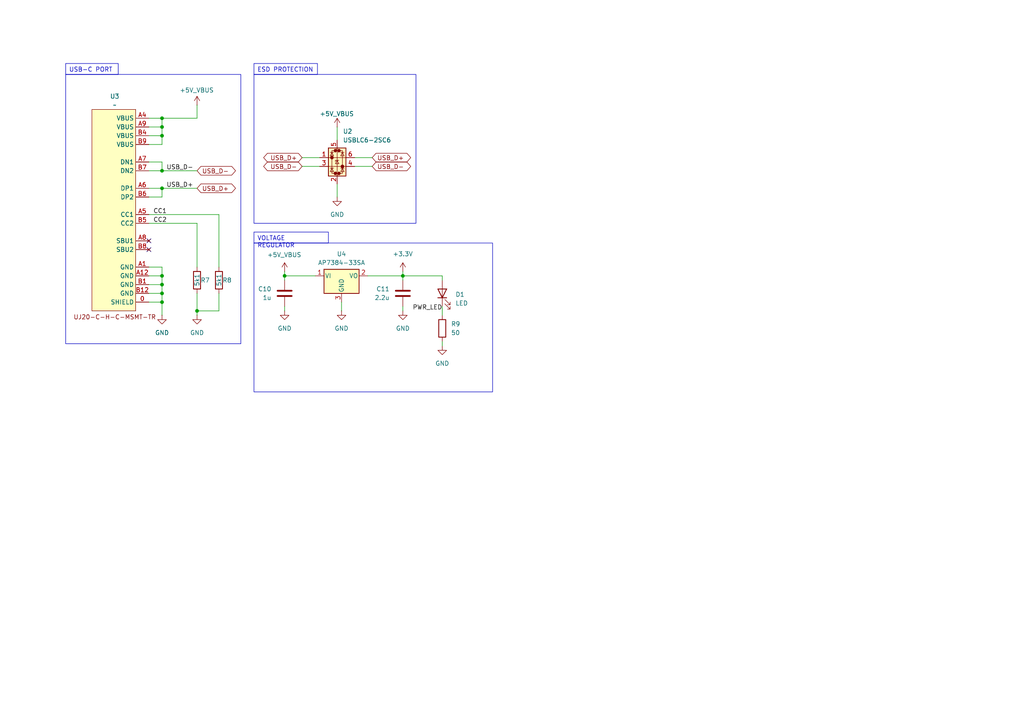
<source format=kicad_sch>
(kicad_sch
	(version 20231120)
	(generator "eeschema")
	(generator_version "8.0")
	(uuid "8e0d3737-fc89-4395-adc2-1aee555240d1")
	(paper "A4")
	(lib_symbols
		(symbol "Device:C"
			(pin_numbers hide)
			(pin_names
				(offset 0.254)
			)
			(exclude_from_sim no)
			(in_bom yes)
			(on_board yes)
			(property "Reference" "C"
				(at 0.635 2.54 0)
				(effects
					(font
						(size 1.27 1.27)
					)
					(justify left)
				)
			)
			(property "Value" "C"
				(at 0.635 -2.54 0)
				(effects
					(font
						(size 1.27 1.27)
					)
					(justify left)
				)
			)
			(property "Footprint" ""
				(at 0.9652 -3.81 0)
				(effects
					(font
						(size 1.27 1.27)
					)
					(hide yes)
				)
			)
			(property "Datasheet" "~"
				(at 0 0 0)
				(effects
					(font
						(size 1.27 1.27)
					)
					(hide yes)
				)
			)
			(property "Description" "Unpolarized capacitor"
				(at 0 0 0)
				(effects
					(font
						(size 1.27 1.27)
					)
					(hide yes)
				)
			)
			(property "ki_keywords" "cap capacitor"
				(at 0 0 0)
				(effects
					(font
						(size 1.27 1.27)
					)
					(hide yes)
				)
			)
			(property "ki_fp_filters" "C_*"
				(at 0 0 0)
				(effects
					(font
						(size 1.27 1.27)
					)
					(hide yes)
				)
			)
			(symbol "C_0_1"
				(polyline
					(pts
						(xy -2.032 -0.762) (xy 2.032 -0.762)
					)
					(stroke
						(width 0.508)
						(type default)
					)
					(fill
						(type none)
					)
				)
				(polyline
					(pts
						(xy -2.032 0.762) (xy 2.032 0.762)
					)
					(stroke
						(width 0.508)
						(type default)
					)
					(fill
						(type none)
					)
				)
			)
			(symbol "C_1_1"
				(pin passive line
					(at 0 3.81 270)
					(length 2.794)
					(name "~"
						(effects
							(font
								(size 1.27 1.27)
							)
						)
					)
					(number "1"
						(effects
							(font
								(size 1.27 1.27)
							)
						)
					)
				)
				(pin passive line
					(at 0 -3.81 90)
					(length 2.794)
					(name "~"
						(effects
							(font
								(size 1.27 1.27)
							)
						)
					)
					(number "2"
						(effects
							(font
								(size 1.27 1.27)
							)
						)
					)
				)
			)
		)
		(symbol "Device:LED"
			(pin_numbers hide)
			(pin_names
				(offset 1.016) hide)
			(exclude_from_sim no)
			(in_bom yes)
			(on_board yes)
			(property "Reference" "D"
				(at 0 2.54 0)
				(effects
					(font
						(size 1.27 1.27)
					)
				)
			)
			(property "Value" "LED"
				(at 0 -2.54 0)
				(effects
					(font
						(size 1.27 1.27)
					)
				)
			)
			(property "Footprint" ""
				(at 0 0 0)
				(effects
					(font
						(size 1.27 1.27)
					)
					(hide yes)
				)
			)
			(property "Datasheet" "~"
				(at 0 0 0)
				(effects
					(font
						(size 1.27 1.27)
					)
					(hide yes)
				)
			)
			(property "Description" "Light emitting diode"
				(at 0 0 0)
				(effects
					(font
						(size 1.27 1.27)
					)
					(hide yes)
				)
			)
			(property "ki_keywords" "LED diode"
				(at 0 0 0)
				(effects
					(font
						(size 1.27 1.27)
					)
					(hide yes)
				)
			)
			(property "ki_fp_filters" "LED* LED_SMD:* LED_THT:*"
				(at 0 0 0)
				(effects
					(font
						(size 1.27 1.27)
					)
					(hide yes)
				)
			)
			(symbol "LED_0_1"
				(polyline
					(pts
						(xy -1.27 -1.27) (xy -1.27 1.27)
					)
					(stroke
						(width 0.254)
						(type default)
					)
					(fill
						(type none)
					)
				)
				(polyline
					(pts
						(xy -1.27 0) (xy 1.27 0)
					)
					(stroke
						(width 0)
						(type default)
					)
					(fill
						(type none)
					)
				)
				(polyline
					(pts
						(xy 1.27 -1.27) (xy 1.27 1.27) (xy -1.27 0) (xy 1.27 -1.27)
					)
					(stroke
						(width 0.254)
						(type default)
					)
					(fill
						(type none)
					)
				)
				(polyline
					(pts
						(xy -3.048 -0.762) (xy -4.572 -2.286) (xy -3.81 -2.286) (xy -4.572 -2.286) (xy -4.572 -1.524)
					)
					(stroke
						(width 0)
						(type default)
					)
					(fill
						(type none)
					)
				)
				(polyline
					(pts
						(xy -1.778 -0.762) (xy -3.302 -2.286) (xy -2.54 -2.286) (xy -3.302 -2.286) (xy -3.302 -1.524)
					)
					(stroke
						(width 0)
						(type default)
					)
					(fill
						(type none)
					)
				)
			)
			(symbol "LED_1_1"
				(pin passive line
					(at -3.81 0 0)
					(length 2.54)
					(name "K"
						(effects
							(font
								(size 1.27 1.27)
							)
						)
					)
					(number "1"
						(effects
							(font
								(size 1.27 1.27)
							)
						)
					)
				)
				(pin passive line
					(at 3.81 0 180)
					(length 2.54)
					(name "A"
						(effects
							(font
								(size 1.27 1.27)
							)
						)
					)
					(number "2"
						(effects
							(font
								(size 1.27 1.27)
							)
						)
					)
				)
			)
		)
		(symbol "Device:R"
			(pin_numbers hide)
			(pin_names
				(offset 0)
			)
			(exclude_from_sim no)
			(in_bom yes)
			(on_board yes)
			(property "Reference" "R"
				(at 2.032 0 90)
				(effects
					(font
						(size 1.27 1.27)
					)
				)
			)
			(property "Value" "R"
				(at 0 0 90)
				(effects
					(font
						(size 1.27 1.27)
					)
				)
			)
			(property "Footprint" ""
				(at -1.778 0 90)
				(effects
					(font
						(size 1.27 1.27)
					)
					(hide yes)
				)
			)
			(property "Datasheet" "~"
				(at 0 0 0)
				(effects
					(font
						(size 1.27 1.27)
					)
					(hide yes)
				)
			)
			(property "Description" "Resistor"
				(at 0 0 0)
				(effects
					(font
						(size 1.27 1.27)
					)
					(hide yes)
				)
			)
			(property "ki_keywords" "R res resistor"
				(at 0 0 0)
				(effects
					(font
						(size 1.27 1.27)
					)
					(hide yes)
				)
			)
			(property "ki_fp_filters" "R_*"
				(at 0 0 0)
				(effects
					(font
						(size 1.27 1.27)
					)
					(hide yes)
				)
			)
			(symbol "R_0_1"
				(rectangle
					(start -1.016 -2.54)
					(end 1.016 2.54)
					(stroke
						(width 0.254)
						(type default)
					)
					(fill
						(type none)
					)
				)
			)
			(symbol "R_1_1"
				(pin passive line
					(at 0 3.81 270)
					(length 1.27)
					(name "~"
						(effects
							(font
								(size 1.27 1.27)
							)
						)
					)
					(number "1"
						(effects
							(font
								(size 1.27 1.27)
							)
						)
					)
				)
				(pin passive line
					(at 0 -3.81 90)
					(length 1.27)
					(name "~"
						(effects
							(font
								(size 1.27 1.27)
							)
						)
					)
					(number "2"
						(effects
							(font
								(size 1.27 1.27)
							)
						)
					)
				)
			)
		)
		(symbol "Power_Protection:USBLC6-2SC6"
			(pin_names hide)
			(exclude_from_sim no)
			(in_bom yes)
			(on_board yes)
			(property "Reference" "U"
				(at 0.635 5.715 0)
				(effects
					(font
						(size 1.27 1.27)
					)
					(justify left)
				)
			)
			(property "Value" "USBLC6-2SC6"
				(at 0.635 3.81 0)
				(effects
					(font
						(size 1.27 1.27)
					)
					(justify left)
				)
			)
			(property "Footprint" "Package_TO_SOT_SMD:SOT-23-6"
				(at 1.27 -6.35 0)
				(effects
					(font
						(size 1.27 1.27)
						(italic yes)
					)
					(justify left)
					(hide yes)
				)
			)
			(property "Datasheet" "https://www.st.com/resource/en/datasheet/usblc6-2.pdf"
				(at 1.27 -8.255 0)
				(effects
					(font
						(size 1.27 1.27)
					)
					(justify left)
					(hide yes)
				)
			)
			(property "Description" "Very low capacitance ESD protection diode, 2 data-line, SOT-23-6"
				(at 0 0 0)
				(effects
					(font
						(size 1.27 1.27)
					)
					(hide yes)
				)
			)
			(property "ki_keywords" "usb ethernet video"
				(at 0 0 0)
				(effects
					(font
						(size 1.27 1.27)
					)
					(hide yes)
				)
			)
			(property "ki_fp_filters" "SOT?23*"
				(at 0 0 0)
				(effects
					(font
						(size 1.27 1.27)
					)
					(hide yes)
				)
			)
			(symbol "USBLC6-2SC6_0_0"
				(circle
					(center -1.524 0)
					(radius 0.0001)
					(stroke
						(width 0.508)
						(type default)
					)
					(fill
						(type none)
					)
				)
				(circle
					(center -0.508 -4.572)
					(radius 0.0001)
					(stroke
						(width 0.508)
						(type default)
					)
					(fill
						(type none)
					)
				)
				(circle
					(center -0.508 2.032)
					(radius 0.0001)
					(stroke
						(width 0.508)
						(type default)
					)
					(fill
						(type none)
					)
				)
				(circle
					(center 0.508 -4.572)
					(radius 0.0001)
					(stroke
						(width 0.508)
						(type default)
					)
					(fill
						(type none)
					)
				)
				(circle
					(center 0.508 2.032)
					(radius 0.0001)
					(stroke
						(width 0.508)
						(type default)
					)
					(fill
						(type none)
					)
				)
				(circle
					(center 1.524 -2.54)
					(radius 0.0001)
					(stroke
						(width 0.508)
						(type default)
					)
					(fill
						(type none)
					)
				)
			)
			(symbol "USBLC6-2SC6_0_1"
				(polyline
					(pts
						(xy -2.54 -2.54) (xy 2.54 -2.54)
					)
					(stroke
						(width 0)
						(type default)
					)
					(fill
						(type none)
					)
				)
				(polyline
					(pts
						(xy -2.54 0) (xy 2.54 0)
					)
					(stroke
						(width 0)
						(type default)
					)
					(fill
						(type none)
					)
				)
				(polyline
					(pts
						(xy -2.032 -3.048) (xy -1.016 -3.048)
					)
					(stroke
						(width 0)
						(type default)
					)
					(fill
						(type none)
					)
				)
				(polyline
					(pts
						(xy -1.016 1.524) (xy -2.032 1.524)
					)
					(stroke
						(width 0)
						(type default)
					)
					(fill
						(type none)
					)
				)
				(polyline
					(pts
						(xy 1.016 -3.048) (xy 2.032 -3.048)
					)
					(stroke
						(width 0)
						(type default)
					)
					(fill
						(type none)
					)
				)
				(polyline
					(pts
						(xy 1.016 1.524) (xy 2.032 1.524)
					)
					(stroke
						(width 0)
						(type default)
					)
					(fill
						(type none)
					)
				)
				(polyline
					(pts
						(xy -0.508 -1.143) (xy -0.508 -0.762) (xy 0.508 -0.762)
					)
					(stroke
						(width 0)
						(type default)
					)
					(fill
						(type none)
					)
				)
				(polyline
					(pts
						(xy -2.032 0.508) (xy -1.016 0.508) (xy -1.524 1.524) (xy -2.032 0.508)
					)
					(stroke
						(width 0)
						(type default)
					)
					(fill
						(type none)
					)
				)
				(polyline
					(pts
						(xy -1.016 -4.064) (xy -2.032 -4.064) (xy -1.524 -3.048) (xy -1.016 -4.064)
					)
					(stroke
						(width 0)
						(type default)
					)
					(fill
						(type none)
					)
				)
				(polyline
					(pts
						(xy 0.508 -1.778) (xy -0.508 -1.778) (xy 0 -0.762) (xy 0.508 -1.778)
					)
					(stroke
						(width 0)
						(type default)
					)
					(fill
						(type none)
					)
				)
				(polyline
					(pts
						(xy 2.032 -4.064) (xy 1.016 -4.064) (xy 1.524 -3.048) (xy 2.032 -4.064)
					)
					(stroke
						(width 0)
						(type default)
					)
					(fill
						(type none)
					)
				)
				(polyline
					(pts
						(xy 2.032 0.508) (xy 1.016 0.508) (xy 1.524 1.524) (xy 2.032 0.508)
					)
					(stroke
						(width 0)
						(type default)
					)
					(fill
						(type none)
					)
				)
				(polyline
					(pts
						(xy 0 2.54) (xy -0.508 2.032) (xy 0.508 2.032) (xy 0 1.524) (xy 0 -4.064) (xy -0.508 -4.572) (xy 0.508 -4.572)
						(xy 0 -5.08)
					)
					(stroke
						(width 0)
						(type default)
					)
					(fill
						(type none)
					)
				)
			)
			(symbol "USBLC6-2SC6_1_1"
				(rectangle
					(start -2.54 2.794)
					(end 2.54 -5.334)
					(stroke
						(width 0.254)
						(type default)
					)
					(fill
						(type background)
					)
				)
				(polyline
					(pts
						(xy -0.508 2.032) (xy -1.524 2.032) (xy -1.524 -4.572) (xy -0.508 -4.572)
					)
					(stroke
						(width 0)
						(type default)
					)
					(fill
						(type none)
					)
				)
				(polyline
					(pts
						(xy 0.508 -4.572) (xy 1.524 -4.572) (xy 1.524 2.032) (xy 0.508 2.032)
					)
					(stroke
						(width 0)
						(type default)
					)
					(fill
						(type none)
					)
				)
				(pin passive line
					(at -5.08 0 0)
					(length 2.54)
					(name "I/O1"
						(effects
							(font
								(size 1.27 1.27)
							)
						)
					)
					(number "1"
						(effects
							(font
								(size 1.27 1.27)
							)
						)
					)
				)
				(pin passive line
					(at 0 -7.62 90)
					(length 2.54)
					(name "GND"
						(effects
							(font
								(size 1.27 1.27)
							)
						)
					)
					(number "2"
						(effects
							(font
								(size 1.27 1.27)
							)
						)
					)
				)
				(pin passive line
					(at -5.08 -2.54 0)
					(length 2.54)
					(name "I/O2"
						(effects
							(font
								(size 1.27 1.27)
							)
						)
					)
					(number "3"
						(effects
							(font
								(size 1.27 1.27)
							)
						)
					)
				)
				(pin passive line
					(at 5.08 -2.54 180)
					(length 2.54)
					(name "I/O2"
						(effects
							(font
								(size 1.27 1.27)
							)
						)
					)
					(number "4"
						(effects
							(font
								(size 1.27 1.27)
							)
						)
					)
				)
				(pin passive line
					(at 0 5.08 270)
					(length 2.54)
					(name "VBUS"
						(effects
							(font
								(size 1.27 1.27)
							)
						)
					)
					(number "5"
						(effects
							(font
								(size 1.27 1.27)
							)
						)
					)
				)
				(pin passive line
					(at 5.08 0 180)
					(length 2.54)
					(name "I/O1"
						(effects
							(font
								(size 1.27 1.27)
							)
						)
					)
					(number "6"
						(effects
							(font
								(size 1.27 1.27)
							)
						)
					)
				)
			)
		)
		(symbol "Regulator_Linear:AP7384-33SA"
			(pin_names
				(offset 0.254)
			)
			(exclude_from_sim no)
			(in_bom yes)
			(on_board yes)
			(property "Reference" "U"
				(at -3.81 3.175 0)
				(effects
					(font
						(size 1.27 1.27)
					)
				)
			)
			(property "Value" "AP7384-33SA"
				(at 0 3.175 0)
				(effects
					(font
						(size 1.27 1.27)
					)
					(justify left)
				)
			)
			(property "Footprint" "Package_TO_SOT_SMD:SOT-23"
				(at 0 5.715 0)
				(effects
					(font
						(size 1.27 1.27)
						(italic yes)
					)
					(hide yes)
				)
			)
			(property "Datasheet" "https://www.diodes.com/assets/Datasheets/AP7384.pdf"
				(at 0 -1.27 0)
				(effects
					(font
						(size 1.27 1.27)
					)
					(hide yes)
				)
			)
			(property "Description" "50mA Low Dropout Voltage Regulator, Fixed Output 3.3V, Wide Input Voltage Range 40V, SOT-23"
				(at 0 0 0)
				(effects
					(font
						(size 1.27 1.27)
					)
					(hide yes)
				)
			)
			(property "ki_keywords" "50mA LDO Regulator Fixed Positive"
				(at 0 0 0)
				(effects
					(font
						(size 1.27 1.27)
					)
					(hide yes)
				)
			)
			(property "ki_fp_filters" "SOT?23*"
				(at 0 0 0)
				(effects
					(font
						(size 1.27 1.27)
					)
					(hide yes)
				)
			)
			(symbol "AP7384-33SA_0_1"
				(rectangle
					(start -5.08 1.905)
					(end 5.08 -5.08)
					(stroke
						(width 0.254)
						(type default)
					)
					(fill
						(type background)
					)
				)
			)
			(symbol "AP7384-33SA_1_1"
				(pin power_in line
					(at -7.62 0 0)
					(length 2.54)
					(name "VI"
						(effects
							(font
								(size 1.27 1.27)
							)
						)
					)
					(number "1"
						(effects
							(font
								(size 1.27 1.27)
							)
						)
					)
				)
				(pin power_out line
					(at 7.62 0 180)
					(length 2.54)
					(name "VO"
						(effects
							(font
								(size 1.27 1.27)
							)
						)
					)
					(number "2"
						(effects
							(font
								(size 1.27 1.27)
							)
						)
					)
				)
				(pin power_in line
					(at 0 -7.62 90)
					(length 2.54)
					(name "GND"
						(effects
							(font
								(size 1.27 1.27)
							)
						)
					)
					(number "3"
						(effects
							(font
								(size 1.27 1.27)
							)
						)
					)
				)
			)
		)
		(symbol "custom:UJ20-C-H-C-MSMT-TR (USB C 16 Pin)"
			(exclude_from_sim no)
			(in_bom yes)
			(on_board yes)
			(property "Reference" "U"
				(at 0 -0.254 0)
				(effects
					(font
						(size 1.27 1.27)
					)
				)
			)
			(property "Value" ""
				(at 16.51 -12.7 0)
				(effects
					(font
						(size 1.27 1.27)
					)
				)
			)
			(property "Footprint" ""
				(at 16.51 -12.7 0)
				(effects
					(font
						(size 1.27 1.27)
					)
					(hide yes)
				)
			)
			(property "Datasheet" ""
				(at 16.51 -12.7 0)
				(effects
					(font
						(size 1.27 1.27)
					)
					(hide yes)
				)
			)
			(property "Description" ""
				(at 16.51 -12.7 0)
				(effects
					(font
						(size 1.27 1.27)
					)
					(hide yes)
				)
			)
			(symbol "UJ20-C-H-C-MSMT-TR (USB C 16 Pin)_1_1"
				(rectangle
					(start -6.35 29.21)
					(end 6.35 -29.21)
					(stroke
						(width 0)
						(type default)
					)
					(fill
						(type background)
					)
				)
				(text "UJ20-C-H-C-MSMT-TR"
					(at 0.254 -30.988 0)
					(effects
						(font
							(size 1.27 1.27)
						)
					)
				)
				(pin power_out line
					(at 10.16 -26.67 180)
					(length 3.81)
					(name "SHIELD"
						(effects
							(font
								(size 1.27 1.27)
							)
						)
					)
					(number "0"
						(effects
							(font
								(size 1.27 1.27)
							)
						)
					)
				)
				(pin power_out line
					(at 10.16 -16.51 180)
					(length 3.81)
					(name "GND"
						(effects
							(font
								(size 1.27 1.27)
							)
						)
					)
					(number "A1"
						(effects
							(font
								(size 1.27 1.27)
							)
						)
					)
				)
				(pin power_out line
					(at 10.16 -19.05 180)
					(length 3.81)
					(name "GND"
						(effects
							(font
								(size 1.27 1.27)
							)
						)
					)
					(number "A12"
						(effects
							(font
								(size 1.27 1.27)
							)
						)
					)
				)
				(pin power_out line
					(at 10.16 26.67 180)
					(length 3.81)
					(name "VBUS"
						(effects
							(font
								(size 1.27 1.27)
							)
						)
					)
					(number "A4"
						(effects
							(font
								(size 1.27 1.27)
							)
						)
					)
				)
				(pin bidirectional line
					(at 10.16 -1.27 180)
					(length 3.81)
					(name "CC1"
						(effects
							(font
								(size 1.27 1.27)
							)
						)
					)
					(number "A5"
						(effects
							(font
								(size 1.27 1.27)
							)
						)
					)
				)
				(pin output line
					(at 10.16 6.35 180)
					(length 3.81)
					(name "DP1"
						(effects
							(font
								(size 1.27 1.27)
							)
						)
					)
					(number "A6"
						(effects
							(font
								(size 1.27 1.27)
							)
						)
					)
				)
				(pin output line
					(at 10.16 13.97 180)
					(length 3.81)
					(name "DN1"
						(effects
							(font
								(size 1.27 1.27)
							)
						)
					)
					(number "A7"
						(effects
							(font
								(size 1.27 1.27)
							)
						)
					)
				)
				(pin no_connect line
					(at 10.16 -8.89 180)
					(length 3.81)
					(name "SBU1"
						(effects
							(font
								(size 1.27 1.27)
							)
						)
					)
					(number "A8"
						(effects
							(font
								(size 1.27 1.27)
							)
						)
					)
				)
				(pin power_out line
					(at 10.16 24.13 180)
					(length 3.81)
					(name "VBUS"
						(effects
							(font
								(size 1.27 1.27)
							)
						)
					)
					(number "A9"
						(effects
							(font
								(size 1.27 1.27)
							)
						)
					)
				)
				(pin power_out line
					(at 10.16 -21.59 180)
					(length 3.81)
					(name "GND"
						(effects
							(font
								(size 1.27 1.27)
							)
						)
					)
					(number "B1"
						(effects
							(font
								(size 1.27 1.27)
							)
						)
					)
				)
				(pin power_out line
					(at 10.16 -24.13 180)
					(length 3.81)
					(name "GND"
						(effects
							(font
								(size 1.27 1.27)
							)
						)
					)
					(number "B12"
						(effects
							(font
								(size 1.27 1.27)
							)
						)
					)
				)
				(pin power_out line
					(at 10.16 21.59 180)
					(length 3.81)
					(name "VBUS"
						(effects
							(font
								(size 1.27 1.27)
							)
						)
					)
					(number "B4"
						(effects
							(font
								(size 1.27 1.27)
							)
						)
					)
				)
				(pin bidirectional line
					(at 10.16 -3.81 180)
					(length 3.81)
					(name "CC2"
						(effects
							(font
								(size 1.27 1.27)
							)
						)
					)
					(number "B5"
						(effects
							(font
								(size 1.27 1.27)
							)
						)
					)
				)
				(pin output line
					(at 10.16 3.81 180)
					(length 3.81)
					(name "DP2"
						(effects
							(font
								(size 1.27 1.27)
							)
						)
					)
					(number "B6"
						(effects
							(font
								(size 1.27 1.27)
							)
						)
					)
				)
				(pin output line
					(at 10.16 11.43 180)
					(length 3.81)
					(name "DN2"
						(effects
							(font
								(size 1.27 1.27)
							)
						)
					)
					(number "B7"
						(effects
							(font
								(size 1.27 1.27)
							)
						)
					)
				)
				(pin no_connect line
					(at 10.16 -11.43 180)
					(length 3.81)
					(name "SBU2"
						(effects
							(font
								(size 1.27 1.27)
							)
						)
					)
					(number "B8"
						(effects
							(font
								(size 1.27 1.27)
							)
						)
					)
				)
				(pin power_out line
					(at 10.16 19.05 180)
					(length 3.81)
					(name "VBUS"
						(effects
							(font
								(size 1.27 1.27)
							)
						)
					)
					(number "B9"
						(effects
							(font
								(size 1.27 1.27)
							)
						)
					)
				)
			)
		)
		(symbol "power:+3.3V"
			(power)
			(pin_numbers hide)
			(pin_names
				(offset 0) hide)
			(exclude_from_sim no)
			(in_bom yes)
			(on_board yes)
			(property "Reference" "#PWR"
				(at 0 -3.81 0)
				(effects
					(font
						(size 1.27 1.27)
					)
					(hide yes)
				)
			)
			(property "Value" "+3.3V"
				(at 0 3.556 0)
				(effects
					(font
						(size 1.27 1.27)
					)
				)
			)
			(property "Footprint" ""
				(at 0 0 0)
				(effects
					(font
						(size 1.27 1.27)
					)
					(hide yes)
				)
			)
			(property "Datasheet" ""
				(at 0 0 0)
				(effects
					(font
						(size 1.27 1.27)
					)
					(hide yes)
				)
			)
			(property "Description" "Power symbol creates a global label with name \"+3.3V\""
				(at 0 0 0)
				(effects
					(font
						(size 1.27 1.27)
					)
					(hide yes)
				)
			)
			(property "ki_keywords" "global power"
				(at 0 0 0)
				(effects
					(font
						(size 1.27 1.27)
					)
					(hide yes)
				)
			)
			(symbol "+3.3V_0_1"
				(polyline
					(pts
						(xy -0.762 1.27) (xy 0 2.54)
					)
					(stroke
						(width 0)
						(type default)
					)
					(fill
						(type none)
					)
				)
				(polyline
					(pts
						(xy 0 0) (xy 0 2.54)
					)
					(stroke
						(width 0)
						(type default)
					)
					(fill
						(type none)
					)
				)
				(polyline
					(pts
						(xy 0 2.54) (xy 0.762 1.27)
					)
					(stroke
						(width 0)
						(type default)
					)
					(fill
						(type none)
					)
				)
			)
			(symbol "+3.3V_1_1"
				(pin power_in line
					(at 0 0 90)
					(length 0)
					(name "~"
						(effects
							(font
								(size 1.27 1.27)
							)
						)
					)
					(number "1"
						(effects
							(font
								(size 1.27 1.27)
							)
						)
					)
				)
			)
		)
		(symbol "power:GND"
			(power)
			(pin_numbers hide)
			(pin_names
				(offset 0) hide)
			(exclude_from_sim no)
			(in_bom yes)
			(on_board yes)
			(property "Reference" "#PWR"
				(at 0 -6.35 0)
				(effects
					(font
						(size 1.27 1.27)
					)
					(hide yes)
				)
			)
			(property "Value" "GND"
				(at 0 -3.81 0)
				(effects
					(font
						(size 1.27 1.27)
					)
				)
			)
			(property "Footprint" ""
				(at 0 0 0)
				(effects
					(font
						(size 1.27 1.27)
					)
					(hide yes)
				)
			)
			(property "Datasheet" ""
				(at 0 0 0)
				(effects
					(font
						(size 1.27 1.27)
					)
					(hide yes)
				)
			)
			(property "Description" "Power symbol creates a global label with name \"GND\" , ground"
				(at 0 0 0)
				(effects
					(font
						(size 1.27 1.27)
					)
					(hide yes)
				)
			)
			(property "ki_keywords" "global power"
				(at 0 0 0)
				(effects
					(font
						(size 1.27 1.27)
					)
					(hide yes)
				)
			)
			(symbol "GND_0_1"
				(polyline
					(pts
						(xy 0 0) (xy 0 -1.27) (xy 1.27 -1.27) (xy 0 -2.54) (xy -1.27 -1.27) (xy 0 -1.27)
					)
					(stroke
						(width 0)
						(type default)
					)
					(fill
						(type none)
					)
				)
			)
			(symbol "GND_1_1"
				(pin power_in line
					(at 0 0 270)
					(length 0)
					(name "~"
						(effects
							(font
								(size 1.27 1.27)
							)
						)
					)
					(number "1"
						(effects
							(font
								(size 1.27 1.27)
							)
						)
					)
				)
			)
		)
		(symbol "power:VBUS"
			(power)
			(pin_numbers hide)
			(pin_names
				(offset 0) hide)
			(exclude_from_sim no)
			(in_bom yes)
			(on_board yes)
			(property "Reference" "#PWR"
				(at 0 -3.81 0)
				(effects
					(font
						(size 1.27 1.27)
					)
					(hide yes)
				)
			)
			(property "Value" "VBUS"
				(at 0 3.556 0)
				(effects
					(font
						(size 1.27 1.27)
					)
				)
			)
			(property "Footprint" ""
				(at 0 0 0)
				(effects
					(font
						(size 1.27 1.27)
					)
					(hide yes)
				)
			)
			(property "Datasheet" ""
				(at 0 0 0)
				(effects
					(font
						(size 1.27 1.27)
					)
					(hide yes)
				)
			)
			(property "Description" "Power symbol creates a global label with name \"VBUS\""
				(at 0 0 0)
				(effects
					(font
						(size 1.27 1.27)
					)
					(hide yes)
				)
			)
			(property "ki_keywords" "global power"
				(at 0 0 0)
				(effects
					(font
						(size 1.27 1.27)
					)
					(hide yes)
				)
			)
			(symbol "VBUS_0_1"
				(polyline
					(pts
						(xy -0.762 1.27) (xy 0 2.54)
					)
					(stroke
						(width 0)
						(type default)
					)
					(fill
						(type none)
					)
				)
				(polyline
					(pts
						(xy 0 0) (xy 0 2.54)
					)
					(stroke
						(width 0)
						(type default)
					)
					(fill
						(type none)
					)
				)
				(polyline
					(pts
						(xy 0 2.54) (xy 0.762 1.27)
					)
					(stroke
						(width 0)
						(type default)
					)
					(fill
						(type none)
					)
				)
			)
			(symbol "VBUS_1_1"
				(pin power_in line
					(at 0 0 90)
					(length 0)
					(name "~"
						(effects
							(font
								(size 1.27 1.27)
							)
						)
					)
					(number "1"
						(effects
							(font
								(size 1.27 1.27)
							)
						)
					)
				)
			)
		)
	)
	(junction
		(at 82.55 80.01)
		(diameter 0)
		(color 0 0 0 0)
		(uuid "0ad44f19-89d6-44f4-a8fe-25e84912fb9d")
	)
	(junction
		(at 46.99 85.09)
		(diameter 0)
		(color 0 0 0 0)
		(uuid "238b9a1e-0d38-4c49-b650-d5239c0c9872")
	)
	(junction
		(at 116.84 80.01)
		(diameter 0)
		(color 0 0 0 0)
		(uuid "322acb56-235e-4928-ba9e-82d73fb5e534")
	)
	(junction
		(at 46.99 82.55)
		(diameter 0)
		(color 0 0 0 0)
		(uuid "434c41c5-1543-45d5-811c-65c1d2c40c95")
	)
	(junction
		(at 46.99 80.01)
		(diameter 0)
		(color 0 0 0 0)
		(uuid "5e40dd21-ea44-4520-9fb3-2913bd4644e9")
	)
	(junction
		(at 57.15 90.17)
		(diameter 0)
		(color 0 0 0 0)
		(uuid "85ec502d-8f89-4f10-b760-f262cedaa8b7")
	)
	(junction
		(at 46.99 36.83)
		(diameter 0)
		(color 0 0 0 0)
		(uuid "a24c9d91-ec1c-4f87-a7d8-87c53fdc1985")
	)
	(junction
		(at 46.99 39.37)
		(diameter 0)
		(color 0 0 0 0)
		(uuid "b1cf802c-b642-4a9e-804d-1680c6c0d009")
	)
	(junction
		(at 46.99 49.53)
		(diameter 0)
		(color 0 0 0 0)
		(uuid "d62d2806-932a-4222-aafc-caa92240d759")
	)
	(junction
		(at 46.99 87.63)
		(diameter 0)
		(color 0 0 0 0)
		(uuid "e94e8073-fae3-44a4-ac5b-3daac8b15d5a")
	)
	(junction
		(at 46.99 54.61)
		(diameter 0)
		(color 0 0 0 0)
		(uuid "ee7148a7-3ac9-4011-9096-f6220d798313")
	)
	(junction
		(at 46.99 34.29)
		(diameter 0)
		(color 0 0 0 0)
		(uuid "f8dd90e4-6a97-4d7a-9b41-0e40469c3938")
	)
	(no_connect
		(at 43.18 72.39)
		(uuid "9d3d0a9f-f610-4abd-97a4-401784592fb3")
	)
	(no_connect
		(at 43.18 69.85)
		(uuid "abfdd966-80b5-4a16-a9cb-cb91874c4d53")
	)
	(wire
		(pts
			(xy 46.99 34.29) (xy 57.15 34.29)
		)
		(stroke
			(width 0)
			(type default)
		)
		(uuid "01a21315-4f6e-4081-a128-c2c9a99483f7")
	)
	(wire
		(pts
			(xy 46.99 49.53) (xy 57.15 49.53)
		)
		(stroke
			(width 0)
			(type default)
		)
		(uuid "027b1b04-9550-4a0f-b97a-75861d2131d1")
	)
	(wire
		(pts
			(xy 46.99 87.63) (xy 46.99 91.44)
		)
		(stroke
			(width 0)
			(type default)
		)
		(uuid "039c40fc-fdde-473c-9a96-f0990763712f")
	)
	(wire
		(pts
			(xy 128.27 100.33) (xy 128.27 99.06)
		)
		(stroke
			(width 0)
			(type default)
		)
		(uuid "062aaa1e-df6d-401e-9b59-4f4a191ea982")
	)
	(wire
		(pts
			(xy 43.18 49.53) (xy 46.99 49.53)
		)
		(stroke
			(width 0)
			(type default)
		)
		(uuid "095334a0-6c1f-43a8-9ad0-783ec69e9680")
	)
	(wire
		(pts
			(xy 46.99 41.91) (xy 46.99 39.37)
		)
		(stroke
			(width 0)
			(type default)
		)
		(uuid "097d2456-094c-48e3-becb-583ddaab8e2d")
	)
	(wire
		(pts
			(xy 116.84 88.9) (xy 116.84 90.17)
		)
		(stroke
			(width 0)
			(type default)
		)
		(uuid "0a20c133-1688-4688-ac92-23491586cfea")
	)
	(wire
		(pts
			(xy 46.99 54.61) (xy 57.15 54.61)
		)
		(stroke
			(width 0)
			(type default)
		)
		(uuid "12a5c8b4-fee0-4f18-9c73-61fd54a79c6b")
	)
	(wire
		(pts
			(xy 46.99 82.55) (xy 46.99 85.09)
		)
		(stroke
			(width 0)
			(type default)
		)
		(uuid "14e453c5-2e5b-4728-be06-d963e47c9ef0")
	)
	(wire
		(pts
			(xy 57.15 85.09) (xy 57.15 90.17)
		)
		(stroke
			(width 0)
			(type default)
		)
		(uuid "1ec40b6a-43f7-4b75-a8d4-742c75958fd6")
	)
	(wire
		(pts
			(xy 43.18 54.61) (xy 46.99 54.61)
		)
		(stroke
			(width 0)
			(type default)
		)
		(uuid "20202984-f353-4671-a4f2-2fa15f5fcaf5")
	)
	(wire
		(pts
			(xy 46.99 80.01) (xy 46.99 82.55)
		)
		(stroke
			(width 0)
			(type default)
		)
		(uuid "26780117-78af-45c9-8afc-1fb66f6ec2d1")
	)
	(wire
		(pts
			(xy 87.63 48.26) (xy 92.71 48.26)
		)
		(stroke
			(width 0)
			(type default)
		)
		(uuid "2d1c2e0b-6475-4c30-ac62-e2a4cb6597b1")
	)
	(wire
		(pts
			(xy 43.18 64.77) (xy 57.15 64.77)
		)
		(stroke
			(width 0)
			(type default)
		)
		(uuid "2e56ce4a-5776-4222-ad25-c47586c86904")
	)
	(wire
		(pts
			(xy 97.79 53.34) (xy 97.79 57.15)
		)
		(stroke
			(width 0)
			(type default)
		)
		(uuid "3240e42a-729a-41a4-8649-fc1734cdacde")
	)
	(wire
		(pts
			(xy 43.18 39.37) (xy 46.99 39.37)
		)
		(stroke
			(width 0)
			(type default)
		)
		(uuid "36fa27d1-d30c-4133-86f2-6b4a08403888")
	)
	(wire
		(pts
			(xy 46.99 39.37) (xy 46.99 36.83)
		)
		(stroke
			(width 0)
			(type default)
		)
		(uuid "374ff777-4d7a-4742-be05-6f2ac268e976")
	)
	(wire
		(pts
			(xy 87.63 45.72) (xy 92.71 45.72)
		)
		(stroke
			(width 0)
			(type default)
		)
		(uuid "4627ffaa-087a-47ed-ace3-b98a08fe06fc")
	)
	(wire
		(pts
			(xy 102.87 48.26) (xy 107.95 48.26)
		)
		(stroke
			(width 0)
			(type default)
		)
		(uuid "4bbab80a-3d7d-4146-ac5d-5a4cafdd4e80")
	)
	(wire
		(pts
			(xy 46.99 85.09) (xy 46.99 87.63)
		)
		(stroke
			(width 0)
			(type default)
		)
		(uuid "4d39ab41-e826-4b2a-b7da-034350f5c489")
	)
	(wire
		(pts
			(xy 46.99 54.61) (xy 46.99 57.15)
		)
		(stroke
			(width 0)
			(type default)
		)
		(uuid "4e0277f4-36bd-449c-b0d9-fbf65ce42be3")
	)
	(wire
		(pts
			(xy 99.06 87.63) (xy 99.06 90.17)
		)
		(stroke
			(width 0)
			(type default)
		)
		(uuid "4f84deb0-afe5-4e53-aa5e-cc71768bc6a9")
	)
	(wire
		(pts
			(xy 43.18 41.91) (xy 46.99 41.91)
		)
		(stroke
			(width 0)
			(type default)
		)
		(uuid "50280a59-092d-403b-abbf-8dc82fd7618b")
	)
	(wire
		(pts
			(xy 82.55 88.9) (xy 82.55 90.17)
		)
		(stroke
			(width 0)
			(type default)
		)
		(uuid "590a08ce-b009-4c64-830f-f131e26c56ab")
	)
	(wire
		(pts
			(xy 128.27 80.01) (xy 128.27 81.28)
		)
		(stroke
			(width 0)
			(type default)
		)
		(uuid "5a03203e-bedd-40d1-82ae-04ee16d14add")
	)
	(wire
		(pts
			(xy 46.99 77.47) (xy 46.99 80.01)
		)
		(stroke
			(width 0)
			(type default)
		)
		(uuid "5a305c4b-38d3-4b73-96ab-e72aeed25c8a")
	)
	(wire
		(pts
			(xy 43.18 36.83) (xy 46.99 36.83)
		)
		(stroke
			(width 0)
			(type default)
		)
		(uuid "62b2bec2-b6db-4cf0-bf40-f607f44c8871")
	)
	(wire
		(pts
			(xy 63.5 90.17) (xy 63.5 85.09)
		)
		(stroke
			(width 0)
			(type default)
		)
		(uuid "656c1418-e27c-4502-8d4c-9ac18d2725b1")
	)
	(wire
		(pts
			(xy 43.18 85.09) (xy 46.99 85.09)
		)
		(stroke
			(width 0)
			(type default)
		)
		(uuid "6a03e744-2048-4681-ad1c-ad2ad3d4cd0a")
	)
	(wire
		(pts
			(xy 43.18 62.23) (xy 63.5 62.23)
		)
		(stroke
			(width 0)
			(type default)
		)
		(uuid "6a7dcbb5-2886-4443-bf14-d71f5eb20899")
	)
	(wire
		(pts
			(xy 46.99 57.15) (xy 43.18 57.15)
		)
		(stroke
			(width 0)
			(type default)
		)
		(uuid "6c032e4a-e2ae-4717-a03f-d56f8e2195da")
	)
	(wire
		(pts
			(xy 128.27 88.9) (xy 128.27 91.44)
		)
		(stroke
			(width 0)
			(type default)
		)
		(uuid "76f5a4c5-6e01-44a1-9ed4-2679cd1e62e9")
	)
	(wire
		(pts
			(xy 57.15 90.17) (xy 63.5 90.17)
		)
		(stroke
			(width 0)
			(type default)
		)
		(uuid "7b855b20-692f-481d-abd9-a2f4dcd922fe")
	)
	(wire
		(pts
			(xy 46.99 49.53) (xy 46.99 46.99)
		)
		(stroke
			(width 0)
			(type default)
		)
		(uuid "8d4affd7-45aa-4793-b8fc-d91653758b25")
	)
	(wire
		(pts
			(xy 57.15 64.77) (xy 57.15 77.47)
		)
		(stroke
			(width 0)
			(type default)
		)
		(uuid "8f4f9db1-d132-4acc-9c32-8924592bbffa")
	)
	(wire
		(pts
			(xy 46.99 46.99) (xy 43.18 46.99)
		)
		(stroke
			(width 0)
			(type default)
		)
		(uuid "91b3a0f9-5788-4418-8197-76442ffa48cb")
	)
	(wire
		(pts
			(xy 57.15 34.29) (xy 57.15 30.48)
		)
		(stroke
			(width 0)
			(type default)
		)
		(uuid "9286ed3e-795c-432b-8c80-953ac0e9777f")
	)
	(wire
		(pts
			(xy 82.55 80.01) (xy 82.55 78.74)
		)
		(stroke
			(width 0)
			(type default)
		)
		(uuid "9ab5727d-be22-480f-9f46-672fb1f7252a")
	)
	(wire
		(pts
			(xy 43.18 82.55) (xy 46.99 82.55)
		)
		(stroke
			(width 0)
			(type default)
		)
		(uuid "9ea59326-c0b4-448f-aa7d-de13eab62979")
	)
	(wire
		(pts
			(xy 116.84 78.74) (xy 116.84 80.01)
		)
		(stroke
			(width 0)
			(type default)
		)
		(uuid "a28e7f93-09dc-452a-a639-6eaf64dc0350")
	)
	(wire
		(pts
			(xy 46.99 34.29) (xy 43.18 34.29)
		)
		(stroke
			(width 0)
			(type default)
		)
		(uuid "ac658bbe-2954-4aa0-9eb4-0e64c56a5eb3")
	)
	(wire
		(pts
			(xy 43.18 87.63) (xy 46.99 87.63)
		)
		(stroke
			(width 0)
			(type default)
		)
		(uuid "ad99363c-7d1f-46c0-8b4c-e76bc2d93d05")
	)
	(wire
		(pts
			(xy 43.18 77.47) (xy 46.99 77.47)
		)
		(stroke
			(width 0)
			(type default)
		)
		(uuid "b8b6117c-1ecc-4956-b61f-961bfec43fcf")
	)
	(wire
		(pts
			(xy 82.55 80.01) (xy 82.55 81.28)
		)
		(stroke
			(width 0)
			(type default)
		)
		(uuid "bfb165f5-c5fe-4e33-a5e2-0f37021033b0")
	)
	(wire
		(pts
			(xy 116.84 80.01) (xy 128.27 80.01)
		)
		(stroke
			(width 0)
			(type default)
		)
		(uuid "c07d585c-ea91-4f27-935e-e2fecba6c8af")
	)
	(wire
		(pts
			(xy 57.15 90.17) (xy 57.15 91.44)
		)
		(stroke
			(width 0)
			(type default)
		)
		(uuid "c5b93317-7e6c-424d-b1d7-520dac504c8a")
	)
	(wire
		(pts
			(xy 102.87 45.72) (xy 107.95 45.72)
		)
		(stroke
			(width 0)
			(type default)
		)
		(uuid "d1b98075-dd08-47d1-8432-86e550f77830")
	)
	(wire
		(pts
			(xy 46.99 36.83) (xy 46.99 34.29)
		)
		(stroke
			(width 0)
			(type default)
		)
		(uuid "d959f228-22e8-4236-94ed-f1001f1957fb")
	)
	(wire
		(pts
			(xy 97.79 36.83) (xy 97.79 40.64)
		)
		(stroke
			(width 0)
			(type default)
		)
		(uuid "e3d90f35-6e0e-4685-b287-776377064eba")
	)
	(wire
		(pts
			(xy 43.18 80.01) (xy 46.99 80.01)
		)
		(stroke
			(width 0)
			(type default)
		)
		(uuid "e5e325c8-3a9c-472f-802c-6448267fd29e")
	)
	(wire
		(pts
			(xy 91.44 80.01) (xy 82.55 80.01)
		)
		(stroke
			(width 0)
			(type default)
		)
		(uuid "e69b6081-3fc0-4273-a56f-125c0d2dd419")
	)
	(wire
		(pts
			(xy 63.5 62.23) (xy 63.5 77.47)
		)
		(stroke
			(width 0)
			(type default)
		)
		(uuid "edefd6e4-64f6-412c-84a2-9430e804409c")
	)
	(wire
		(pts
			(xy 116.84 80.01) (xy 116.84 81.28)
		)
		(stroke
			(width 0)
			(type default)
		)
		(uuid "f09c759e-a889-4f5d-9f56-639b8a1f751e")
	)
	(wire
		(pts
			(xy 106.68 80.01) (xy 116.84 80.01)
		)
		(stroke
			(width 0)
			(type default)
		)
		(uuid "f8806ac0-fb12-4419-8d91-cc5cb0914326")
	)
	(rectangle
		(start 73.66 70.485)
		(end 142.875 113.665)
		(stroke
			(width 0)
			(type default)
		)
		(fill
			(type none)
		)
		(uuid 105a7c67-3697-4d61-8e3f-32cb6c0c1d0f)
	)
	(rectangle
		(start 19.05 21.59)
		(end 69.85 99.695)
		(stroke
			(width 0)
			(type default)
		)
		(fill
			(type none)
		)
		(uuid 6389b0a9-c524-4eb9-8b53-28ac03c6f101)
	)
	(rectangle
		(start 73.66 21.59)
		(end 120.65 64.77)
		(stroke
			(width 0)
			(type default)
		)
		(fill
			(type none)
		)
		(uuid e191dded-a20a-459e-8ca4-69020dddc2d3)
	)
	(text_box "ESD PROTECTION"
		(exclude_from_sim no)
		(at 73.66 18.415 0)
		(size 18.415 3.175)
		(stroke
			(width 0)
			(type default)
		)
		(fill
			(type none)
		)
		(effects
			(font
				(size 1.27 1.27)
			)
			(justify left top)
		)
		(uuid "19cad3fd-634e-4503-b5c8-d4dfd8ce6758")
	)
	(text_box "VOLTAGE REGULATOR"
		(exclude_from_sim no)
		(at 73.66 67.31 0)
		(size 21.59 3.175)
		(stroke
			(width 0)
			(type default)
		)
		(fill
			(type none)
		)
		(effects
			(font
				(size 1.27 1.27)
			)
			(justify left top)
		)
		(uuid "2b76eabc-a6d3-4fae-bb9e-0ca66dd65769")
	)
	(text_box "USB-C PORT"
		(exclude_from_sim no)
		(at 19.05 18.415 0)
		(size 15.24 3.175)
		(stroke
			(width 0)
			(type default)
		)
		(fill
			(type none)
		)
		(effects
			(font
				(size 1.27 1.27)
			)
			(justify left top)
		)
		(uuid "7dc0dc3a-e25f-4fa8-8785-bdd725895646")
	)
	(label "USB_D-"
		(at 48.26 49.53 0)
		(fields_autoplaced yes)
		(effects
			(font
				(size 1.27 1.27)
			)
			(justify left bottom)
		)
		(uuid "12fb2ae1-32e6-4bab-8bb4-45f7a8b8a62e")
	)
	(label "CC1"
		(at 44.45 62.23 0)
		(fields_autoplaced yes)
		(effects
			(font
				(size 1.27 1.27)
			)
			(justify left bottom)
		)
		(uuid "61cb1ca1-ae1a-42ec-a569-4256b9d2a203")
	)
	(label "PWR_LED"
		(at 128.27 90.17 180)
		(fields_autoplaced yes)
		(effects
			(font
				(size 1.27 1.27)
			)
			(justify right bottom)
		)
		(uuid "a38e9079-3827-47af-8277-0c5a5d3bb398")
	)
	(label "CC2"
		(at 44.45 64.77 0)
		(fields_autoplaced yes)
		(effects
			(font
				(size 1.27 1.27)
			)
			(justify left bottom)
		)
		(uuid "d7d9f4a2-3658-4ffc-a9ab-c83cd32feedb")
	)
	(label "USB_D+"
		(at 48.26 54.61 0)
		(fields_autoplaced yes)
		(effects
			(font
				(size 1.27 1.27)
			)
			(justify left bottom)
		)
		(uuid "e62954a7-ebba-40af-86f7-445461a1f024")
	)
	(global_label "USB_D+"
		(shape bidirectional)
		(at 57.15 54.61 0)
		(fields_autoplaced yes)
		(effects
			(font
				(size 1.27 1.27)
			)
			(justify left)
		)
		(uuid "4884e411-dbae-4481-84ee-9af86c925272")
		(property "Intersheetrefs" "${INTERSHEET_REFS}"
			(at 68.8665 54.61 0)
			(effects
				(font
					(size 1.27 1.27)
				)
				(justify left)
				(hide yes)
			)
		)
	)
	(global_label "USB_D-"
		(shape bidirectional)
		(at 87.63 48.26 180)
		(fields_autoplaced yes)
		(effects
			(font
				(size 1.27 1.27)
			)
			(justify right)
		)
		(uuid "4a955ef7-0c8b-4508-ae45-6478797009d5")
		(property "Intersheetrefs" "${INTERSHEET_REFS}"
			(at 75.9135 48.26 0)
			(effects
				(font
					(size 1.27 1.27)
				)
				(justify right)
				(hide yes)
			)
		)
	)
	(global_label "USB_D+"
		(shape bidirectional)
		(at 87.63 45.72 180)
		(fields_autoplaced yes)
		(effects
			(font
				(size 1.27 1.27)
			)
			(justify right)
		)
		(uuid "58bb7305-a4a4-4e1a-bb33-e2c8b900ae05")
		(property "Intersheetrefs" "${INTERSHEET_REFS}"
			(at 75.9135 45.72 0)
			(effects
				(font
					(size 1.27 1.27)
				)
				(justify right)
				(hide yes)
			)
		)
	)
	(global_label "USB_D+"
		(shape bidirectional)
		(at 107.95 45.72 0)
		(fields_autoplaced yes)
		(effects
			(font
				(size 1.27 1.27)
			)
			(justify left)
		)
		(uuid "cf22ef66-fb5c-4252-8f57-04953f976cd3")
		(property "Intersheetrefs" "${INTERSHEET_REFS}"
			(at 119.6665 45.72 0)
			(effects
				(font
					(size 1.27 1.27)
				)
				(justify left)
				(hide yes)
			)
		)
	)
	(global_label "USB_D-"
		(shape bidirectional)
		(at 107.95 48.26 0)
		(fields_autoplaced yes)
		(effects
			(font
				(size 1.27 1.27)
			)
			(justify left)
		)
		(uuid "db5367b0-8406-4ba6-92cd-9ca87ac7f5c2")
		(property "Intersheetrefs" "${INTERSHEET_REFS}"
			(at 119.6665 48.26 0)
			(effects
				(font
					(size 1.27 1.27)
				)
				(justify left)
				(hide yes)
			)
		)
	)
	(global_label "USB_D-"
		(shape bidirectional)
		(at 57.15 49.53 0)
		(fields_autoplaced yes)
		(effects
			(font
				(size 1.27 1.27)
			)
			(justify left)
		)
		(uuid "f641526f-fee9-46a9-9599-ed4b6fd4f81c")
		(property "Intersheetrefs" "${INTERSHEET_REFS}"
			(at 68.8665 49.53 0)
			(effects
				(font
					(size 1.27 1.27)
				)
				(justify left)
				(hide yes)
			)
		)
	)
	(symbol
		(lib_id "power:GND")
		(at 82.55 90.17 0)
		(unit 1)
		(exclude_from_sim no)
		(in_bom yes)
		(on_board yes)
		(dnp no)
		(fields_autoplaced yes)
		(uuid "063f102c-aad1-4930-bce0-22406b72a833")
		(property "Reference" "#PWR026"
			(at 82.55 96.52 0)
			(effects
				(font
					(size 1.27 1.27)
				)
				(hide yes)
			)
		)
		(property "Value" "GND"
			(at 82.55 95.25 0)
			(effects
				(font
					(size 1.27 1.27)
				)
			)
		)
		(property "Footprint" ""
			(at 82.55 90.17 0)
			(effects
				(font
					(size 1.27 1.27)
				)
				(hide yes)
			)
		)
		(property "Datasheet" ""
			(at 82.55 90.17 0)
			(effects
				(font
					(size 1.27 1.27)
				)
				(hide yes)
			)
		)
		(property "Description" "Power symbol creates a global label with name \"GND\" , ground"
			(at 82.55 90.17 0)
			(effects
				(font
					(size 1.27 1.27)
				)
				(hide yes)
			)
		)
		(pin "1"
			(uuid "055aa7c9-bf4e-4bf3-84cd-ecbeea4ea0b2")
		)
		(instances
			(project "stm32f072c8_mcu"
				(path "/e68034de-3c5e-4df9-b3d4-7e0ea1d00387/d33bead4-075b-4ab7-8a51-fe807e9b64e0"
					(reference "#PWR026")
					(unit 1)
				)
			)
		)
	)
	(symbol
		(lib_id "Device:R")
		(at 63.5 81.28 0)
		(unit 1)
		(exclude_from_sim no)
		(in_bom yes)
		(on_board yes)
		(dnp no)
		(uuid "1bc6441a-f8a8-4f94-929f-9fd7a50db4a3")
		(property "Reference" "R8"
			(at 64.516 81.28 0)
			(effects
				(font
					(size 1.27 1.27)
				)
				(justify left)
			)
		)
		(property "Value" "5k1"
			(at 63.5 83.058 90)
			(effects
				(font
					(size 1.27 1.27)
				)
				(justify left)
			)
		)
		(property "Footprint" "Resistor_SMD:R_0603_1608Metric"
			(at 61.722 81.28 90)
			(effects
				(font
					(size 1.27 1.27)
				)
				(hide yes)
			)
		)
		(property "Datasheet" "~"
			(at 63.5 81.28 0)
			(effects
				(font
					(size 1.27 1.27)
				)
				(hide yes)
			)
		)
		(property "Description" "Resistor"
			(at 63.5 81.28 0)
			(effects
				(font
					(size 1.27 1.27)
				)
				(hide yes)
			)
		)
		(pin "2"
			(uuid "91edb8b0-3a38-4532-adde-046eff902a17")
		)
		(pin "1"
			(uuid "a352a5ca-76b5-4241-9c6e-194b82e30ac4")
		)
		(instances
			(project "stm32f072c8_mcu"
				(path "/e68034de-3c5e-4df9-b3d4-7e0ea1d00387/d33bead4-075b-4ab7-8a51-fe807e9b64e0"
					(reference "R8")
					(unit 1)
				)
			)
		)
	)
	(symbol
		(lib_id "power:GND")
		(at 97.79 57.15 0)
		(unit 1)
		(exclude_from_sim no)
		(in_bom yes)
		(on_board yes)
		(dnp no)
		(fields_autoplaced yes)
		(uuid "1d9ea8d7-fc5b-45c8-aa55-7e26554278a3")
		(property "Reference" "#PWR021"
			(at 97.79 63.5 0)
			(effects
				(font
					(size 1.27 1.27)
				)
				(hide yes)
			)
		)
		(property "Value" "GND"
			(at 97.79 62.23 0)
			(effects
				(font
					(size 1.27 1.27)
				)
			)
		)
		(property "Footprint" ""
			(at 97.79 57.15 0)
			(effects
				(font
					(size 1.27 1.27)
				)
				(hide yes)
			)
		)
		(property "Datasheet" ""
			(at 97.79 57.15 0)
			(effects
				(font
					(size 1.27 1.27)
				)
				(hide yes)
			)
		)
		(property "Description" "Power symbol creates a global label with name \"GND\" , ground"
			(at 97.79 57.15 0)
			(effects
				(font
					(size 1.27 1.27)
				)
				(hide yes)
			)
		)
		(pin "1"
			(uuid "b1631304-961e-4a16-bbc6-662bb4b960cc")
		)
		(instances
			(project "stm32f072c8_mcu"
				(path "/e68034de-3c5e-4df9-b3d4-7e0ea1d00387/d33bead4-075b-4ab7-8a51-fe807e9b64e0"
					(reference "#PWR021")
					(unit 1)
				)
			)
		)
	)
	(symbol
		(lib_id "power:+3.3V")
		(at 116.84 78.74 0)
		(unit 1)
		(exclude_from_sim no)
		(in_bom yes)
		(on_board yes)
		(dnp no)
		(fields_autoplaced yes)
		(uuid "22f85d0f-cf9d-4e0d-8157-54913be84558")
		(property "Reference" "#PWR023"
			(at 116.84 82.55 0)
			(effects
				(font
					(size 1.27 1.27)
				)
				(hide yes)
			)
		)
		(property "Value" "+3.3V"
			(at 116.84 73.66 0)
			(effects
				(font
					(size 1.27 1.27)
				)
			)
		)
		(property "Footprint" ""
			(at 116.84 78.74 0)
			(effects
				(font
					(size 1.27 1.27)
				)
				(hide yes)
			)
		)
		(property "Datasheet" ""
			(at 116.84 78.74 0)
			(effects
				(font
					(size 1.27 1.27)
				)
				(hide yes)
			)
		)
		(property "Description" "Power symbol creates a global label with name \"+3.3V\""
			(at 116.84 78.74 0)
			(effects
				(font
					(size 1.27 1.27)
				)
				(hide yes)
			)
		)
		(pin "1"
			(uuid "9bb3c948-03f4-49a9-8488-ff31b97f4cf4")
		)
		(instances
			(project "stm32f072c8_mcu"
				(path "/e68034de-3c5e-4df9-b3d4-7e0ea1d00387/d33bead4-075b-4ab7-8a51-fe807e9b64e0"
					(reference "#PWR023")
					(unit 1)
				)
			)
		)
	)
	(symbol
		(lib_id "power:GND")
		(at 57.15 91.44 0)
		(unit 1)
		(exclude_from_sim no)
		(in_bom yes)
		(on_board yes)
		(dnp no)
		(fields_autoplaced yes)
		(uuid "2a78eaed-f49b-4114-8c33-7f4a13f37076")
		(property "Reference" "#PWR025"
			(at 57.15 97.79 0)
			(effects
				(font
					(size 1.27 1.27)
				)
				(hide yes)
			)
		)
		(property "Value" "GND"
			(at 57.15 96.52 0)
			(effects
				(font
					(size 1.27 1.27)
				)
			)
		)
		(property "Footprint" ""
			(at 57.15 91.44 0)
			(effects
				(font
					(size 1.27 1.27)
				)
				(hide yes)
			)
		)
		(property "Datasheet" ""
			(at 57.15 91.44 0)
			(effects
				(font
					(size 1.27 1.27)
				)
				(hide yes)
			)
		)
		(property "Description" "Power symbol creates a global label with name \"GND\" , ground"
			(at 57.15 91.44 0)
			(effects
				(font
					(size 1.27 1.27)
				)
				(hide yes)
			)
		)
		(pin "1"
			(uuid "ab634653-c90c-42ee-8380-56e26c002e0e")
		)
		(instances
			(project "stm32f072c8_mcu"
				(path "/e68034de-3c5e-4df9-b3d4-7e0ea1d00387/d33bead4-075b-4ab7-8a51-fe807e9b64e0"
					(reference "#PWR025")
					(unit 1)
				)
			)
		)
	)
	(symbol
		(lib_id "power:VBUS")
		(at 82.55 78.74 0)
		(unit 1)
		(exclude_from_sim no)
		(in_bom yes)
		(on_board yes)
		(dnp no)
		(uuid "2f9cc904-4c0d-4a32-b2c2-369ad4ff02b4")
		(property "Reference" "#PWR022"
			(at 82.55 82.55 0)
			(effects
				(font
					(size 1.27 1.27)
				)
				(hide yes)
			)
		)
		(property "Value" "+5V_VBUS"
			(at 77.47 73.914 0)
			(effects
				(font
					(size 1.27 1.27)
				)
				(justify left)
			)
		)
		(property "Footprint" ""
			(at 82.55 78.74 0)
			(effects
				(font
					(size 1.27 1.27)
				)
				(hide yes)
			)
		)
		(property "Datasheet" ""
			(at 82.55 78.74 0)
			(effects
				(font
					(size 1.27 1.27)
				)
				(hide yes)
			)
		)
		(property "Description" "Power symbol creates a global label with name \"VBUS\""
			(at 82.55 78.74 0)
			(effects
				(font
					(size 1.27 1.27)
				)
				(hide yes)
			)
		)
		(pin "1"
			(uuid "a977877b-4eb1-43ff-80f6-722bdf4a22b4")
		)
		(instances
			(project "stm32f072c8_mcu"
				(path "/e68034de-3c5e-4df9-b3d4-7e0ea1d00387/d33bead4-075b-4ab7-8a51-fe807e9b64e0"
					(reference "#PWR022")
					(unit 1)
				)
			)
		)
	)
	(symbol
		(lib_id "power:VBUS")
		(at 57.15 30.48 0)
		(unit 1)
		(exclude_from_sim no)
		(in_bom yes)
		(on_board yes)
		(dnp no)
		(uuid "54a84187-e0d9-4146-8767-4b0cd669ac00")
		(property "Reference" "#PWR019"
			(at 57.15 34.29 0)
			(effects
				(font
					(size 1.27 1.27)
				)
				(hide yes)
			)
		)
		(property "Value" "+5V_VBUS"
			(at 52.07 26.162 0)
			(effects
				(font
					(size 1.27 1.27)
				)
				(justify left)
			)
		)
		(property "Footprint" ""
			(at 57.15 30.48 0)
			(effects
				(font
					(size 1.27 1.27)
				)
				(hide yes)
			)
		)
		(property "Datasheet" ""
			(at 57.15 30.48 0)
			(effects
				(font
					(size 1.27 1.27)
				)
				(hide yes)
			)
		)
		(property "Description" "Power symbol creates a global label with name \"VBUS\""
			(at 57.15 30.48 0)
			(effects
				(font
					(size 1.27 1.27)
				)
				(hide yes)
			)
		)
		(pin "1"
			(uuid "129c97c8-9f30-41a0-a993-ee5bda25aa31")
		)
		(instances
			(project ""
				(path "/e68034de-3c5e-4df9-b3d4-7e0ea1d00387/d33bead4-075b-4ab7-8a51-fe807e9b64e0"
					(reference "#PWR019")
					(unit 1)
				)
			)
		)
	)
	(symbol
		(lib_id "power:GND")
		(at 99.06 90.17 0)
		(unit 1)
		(exclude_from_sim no)
		(in_bom yes)
		(on_board yes)
		(dnp no)
		(fields_autoplaced yes)
		(uuid "5e2a3601-5558-4a18-9807-601725d14776")
		(property "Reference" "#PWR027"
			(at 99.06 96.52 0)
			(effects
				(font
					(size 1.27 1.27)
				)
				(hide yes)
			)
		)
		(property "Value" "GND"
			(at 99.06 95.25 0)
			(effects
				(font
					(size 1.27 1.27)
				)
			)
		)
		(property "Footprint" ""
			(at 99.06 90.17 0)
			(effects
				(font
					(size 1.27 1.27)
				)
				(hide yes)
			)
		)
		(property "Datasheet" ""
			(at 99.06 90.17 0)
			(effects
				(font
					(size 1.27 1.27)
				)
				(hide yes)
			)
		)
		(property "Description" "Power symbol creates a global label with name \"GND\" , ground"
			(at 99.06 90.17 0)
			(effects
				(font
					(size 1.27 1.27)
				)
				(hide yes)
			)
		)
		(pin "1"
			(uuid "dc4b777c-9831-4aba-becd-d4cf3e3560aa")
		)
		(instances
			(project "stm32f072c8_mcu"
				(path "/e68034de-3c5e-4df9-b3d4-7e0ea1d00387/d33bead4-075b-4ab7-8a51-fe807e9b64e0"
					(reference "#PWR027")
					(unit 1)
				)
			)
		)
	)
	(symbol
		(lib_id "Device:R")
		(at 128.27 95.25 0)
		(unit 1)
		(exclude_from_sim no)
		(in_bom yes)
		(on_board yes)
		(dnp no)
		(fields_autoplaced yes)
		(uuid "5e612df6-140d-4f63-8cf6-7a8c649232c6")
		(property "Reference" "R9"
			(at 130.81 93.9799 0)
			(effects
				(font
					(size 1.27 1.27)
				)
				(justify left)
			)
		)
		(property "Value" "50"
			(at 130.81 96.5199 0)
			(effects
				(font
					(size 1.27 1.27)
				)
				(justify left)
			)
		)
		(property "Footprint" "Resistor_SMD:R_0603_1608Metric"
			(at 126.492 95.25 90)
			(effects
				(font
					(size 1.27 1.27)
				)
				(hide yes)
			)
		)
		(property "Datasheet" "~"
			(at 128.27 95.25 0)
			(effects
				(font
					(size 1.27 1.27)
				)
				(hide yes)
			)
		)
		(property "Description" "Resistor"
			(at 128.27 95.25 0)
			(effects
				(font
					(size 1.27 1.27)
				)
				(hide yes)
			)
		)
		(pin "1"
			(uuid "81ec67e6-5a0a-48d7-93f1-5d9b83f333ed")
		)
		(pin "2"
			(uuid "4aeb663b-9412-4b4d-8c59-2402084788ca")
		)
		(instances
			(project ""
				(path "/e68034de-3c5e-4df9-b3d4-7e0ea1d00387/d33bead4-075b-4ab7-8a51-fe807e9b64e0"
					(reference "R9")
					(unit 1)
				)
			)
		)
	)
	(symbol
		(lib_id "power:GND")
		(at 128.27 100.33 0)
		(unit 1)
		(exclude_from_sim no)
		(in_bom yes)
		(on_board yes)
		(dnp no)
		(fields_autoplaced yes)
		(uuid "65087927-3a64-4e5e-8b02-bb9f0744eb17")
		(property "Reference" "#PWR029"
			(at 128.27 106.68 0)
			(effects
				(font
					(size 1.27 1.27)
				)
				(hide yes)
			)
		)
		(property "Value" "GND"
			(at 128.27 105.41 0)
			(effects
				(font
					(size 1.27 1.27)
				)
			)
		)
		(property "Footprint" ""
			(at 128.27 100.33 0)
			(effects
				(font
					(size 1.27 1.27)
				)
				(hide yes)
			)
		)
		(property "Datasheet" ""
			(at 128.27 100.33 0)
			(effects
				(font
					(size 1.27 1.27)
				)
				(hide yes)
			)
		)
		(property "Description" "Power symbol creates a global label with name \"GND\" , ground"
			(at 128.27 100.33 0)
			(effects
				(font
					(size 1.27 1.27)
				)
				(hide yes)
			)
		)
		(pin "1"
			(uuid "ffe29373-f6d2-478b-9e7b-2b1929d656cc")
		)
		(instances
			(project "stm32f072c8_mcu"
				(path "/e68034de-3c5e-4df9-b3d4-7e0ea1d00387/d33bead4-075b-4ab7-8a51-fe807e9b64e0"
					(reference "#PWR029")
					(unit 1)
				)
			)
		)
	)
	(symbol
		(lib_id "Device:C")
		(at 116.84 85.09 0)
		(mirror y)
		(unit 1)
		(exclude_from_sim no)
		(in_bom yes)
		(on_board yes)
		(dnp no)
		(uuid "702692fc-63e4-44f1-ba8f-d7b57f07dba3")
		(property "Reference" "C11"
			(at 113.03 83.8199 0)
			(effects
				(font
					(size 1.27 1.27)
				)
				(justify left)
			)
		)
		(property "Value" "2.2u"
			(at 113.03 86.3599 0)
			(effects
				(font
					(size 1.27 1.27)
				)
				(justify left)
			)
		)
		(property "Footprint" "Capacitor_SMD:C_0603_1608Metric"
			(at 115.8748 88.9 0)
			(effects
				(font
					(size 1.27 1.27)
				)
				(hide yes)
			)
		)
		(property "Datasheet" "~"
			(at 116.84 85.09 0)
			(effects
				(font
					(size 1.27 1.27)
				)
				(hide yes)
			)
		)
		(property "Description" "Unpolarized capacitor"
			(at 116.84 85.09 0)
			(effects
				(font
					(size 1.27 1.27)
				)
				(hide yes)
			)
		)
		(pin "2"
			(uuid "70809d55-0733-4491-90a8-2778a7efbb05")
		)
		(pin "1"
			(uuid "f2357ff9-088f-47d1-9e4a-3dae385f94e4")
		)
		(instances
			(project "stm32f072c8_mcu"
				(path "/e68034de-3c5e-4df9-b3d4-7e0ea1d00387/d33bead4-075b-4ab7-8a51-fe807e9b64e0"
					(reference "C11")
					(unit 1)
				)
			)
		)
	)
	(symbol
		(lib_id "power:GND")
		(at 116.84 90.17 0)
		(unit 1)
		(exclude_from_sim no)
		(in_bom yes)
		(on_board yes)
		(dnp no)
		(fields_autoplaced yes)
		(uuid "76395e75-09f2-4c48-ba73-b26b498bcc09")
		(property "Reference" "#PWR028"
			(at 116.84 96.52 0)
			(effects
				(font
					(size 1.27 1.27)
				)
				(hide yes)
			)
		)
		(property "Value" "GND"
			(at 116.84 95.25 0)
			(effects
				(font
					(size 1.27 1.27)
				)
			)
		)
		(property "Footprint" ""
			(at 116.84 90.17 0)
			(effects
				(font
					(size 1.27 1.27)
				)
				(hide yes)
			)
		)
		(property "Datasheet" ""
			(at 116.84 90.17 0)
			(effects
				(font
					(size 1.27 1.27)
				)
				(hide yes)
			)
		)
		(property "Description" "Power symbol creates a global label with name \"GND\" , ground"
			(at 116.84 90.17 0)
			(effects
				(font
					(size 1.27 1.27)
				)
				(hide yes)
			)
		)
		(pin "1"
			(uuid "45758c15-f456-4298-9ef6-89b816f099c4")
		)
		(instances
			(project "stm32f072c8_mcu"
				(path "/e68034de-3c5e-4df9-b3d4-7e0ea1d00387/d33bead4-075b-4ab7-8a51-fe807e9b64e0"
					(reference "#PWR028")
					(unit 1)
				)
			)
		)
	)
	(symbol
		(lib_id "custom:UJ20-C-H-C-MSMT-TR (USB C 16 Pin)")
		(at 33.02 60.96 0)
		(unit 1)
		(exclude_from_sim no)
		(in_bom yes)
		(on_board yes)
		(dnp no)
		(uuid "7f192c1a-c9e7-42bd-89e1-6f8581fbb356")
		(property "Reference" "U3"
			(at 33.274 27.94 0)
			(effects
				(font
					(size 1.27 1.27)
				)
			)
		)
		(property "Value" "~"
			(at 33.274 30.48 0)
			(effects
				(font
					(size 1.27 1.27)
				)
			)
		)
		(property "Footprint" "custom:640-USB4215-03-A"
			(at 49.53 73.66 0)
			(effects
				(font
					(size 1.27 1.27)
				)
				(hide yes)
			)
		)
		(property "Datasheet" ""
			(at 49.53 73.66 0)
			(effects
				(font
					(size 1.27 1.27)
				)
				(hide yes)
			)
		)
		(property "Description" ""
			(at 49.53 73.66 0)
			(effects
				(font
					(size 1.27 1.27)
				)
				(hide yes)
			)
		)
		(pin "B5"
			(uuid "0d2e07d8-55f9-47d9-a8ec-881fe9fb9358")
		)
		(pin "B12"
			(uuid "e0fdffea-5699-416d-a7ce-f850244617dc")
		)
		(pin "B6"
			(uuid "e4f53614-a0ff-461c-919b-fa0ab51b5e75")
		)
		(pin "B7"
			(uuid "215efb1e-4f3e-4ced-bf59-adebf5d0b24e")
		)
		(pin "A9"
			(uuid "4603b866-e5b7-42dd-9dfb-f896d645e5c1")
		)
		(pin "A4"
			(uuid "7bf6eda0-a1fc-4bdd-a731-6919ae2ec000")
		)
		(pin "B1"
			(uuid "d4325707-608a-491f-8c8c-0ae8b27102d9")
		)
		(pin "B9"
			(uuid "2e35d3a2-2c8f-4caf-bfc6-a8abe72ef864")
		)
		(pin "B8"
			(uuid "0d9a9524-56de-4169-95a8-1990127922d8")
		)
		(pin "A7"
			(uuid "0722ddc8-1ef2-48ce-b017-a5f9dd1ef8b7")
		)
		(pin "A5"
			(uuid "cc32f749-600e-41c2-a0fd-69da658dab1c")
		)
		(pin "A6"
			(uuid "e38d06f3-deb7-4703-a00b-3c0328cc6208")
		)
		(pin "A8"
			(uuid "2e09264e-0992-4a73-98d6-5e2c73d8ada0")
		)
		(pin "B4"
			(uuid "be7acce6-e57a-4e16-b6a1-04c3c43fbfb2")
		)
		(pin "A12"
			(uuid "67ae13eb-4fb4-4e27-8b27-1c51f663d0e1")
		)
		(pin "0"
			(uuid "f4fc00ec-61b0-4fc6-b79e-5e12a720fcf3")
		)
		(pin "A1"
			(uuid "0250425d-a92a-4258-a176-37795a2e0985")
		)
		(instances
			(project ""
				(path "/e68034de-3c5e-4df9-b3d4-7e0ea1d00387/d33bead4-075b-4ab7-8a51-fe807e9b64e0"
					(reference "U3")
					(unit 1)
				)
			)
		)
	)
	(symbol
		(lib_id "Power_Protection:USBLC6-2SC6")
		(at 97.79 45.72 0)
		(unit 1)
		(exclude_from_sim no)
		(in_bom yes)
		(on_board yes)
		(dnp no)
		(fields_autoplaced yes)
		(uuid "96a1393e-ccb7-4084-ba0f-e0c2c1bad6d4")
		(property "Reference" "U2"
			(at 99.4411 38.1 0)
			(effects
				(font
					(size 1.27 1.27)
				)
				(justify left)
			)
		)
		(property "Value" "USBLC6-2SC6"
			(at 99.4411 40.64 0)
			(effects
				(font
					(size 1.27 1.27)
				)
				(justify left)
			)
		)
		(property "Footprint" "Package_TO_SOT_SMD:SOT-23-6"
			(at 99.06 52.07 0)
			(effects
				(font
					(size 1.27 1.27)
					(italic yes)
				)
				(justify left)
				(hide yes)
			)
		)
		(property "Datasheet" "https://www.st.com/resource/en/datasheet/usblc6-2.pdf"
			(at 99.06 53.975 0)
			(effects
				(font
					(size 1.27 1.27)
				)
				(justify left)
				(hide yes)
			)
		)
		(property "Description" "Very low capacitance ESD protection diode, 2 data-line, SOT-23-6"
			(at 97.79 45.72 0)
			(effects
				(font
					(size 1.27 1.27)
				)
				(hide yes)
			)
		)
		(pin "2"
			(uuid "439a13e3-cfbe-4fc6-a424-298e2b757297")
		)
		(pin "1"
			(uuid "52563ab3-08f5-4cdf-9c33-dd1e54b2b1b6")
		)
		(pin "5"
			(uuid "c0205239-29e0-483d-856a-2fc7a3a43239")
		)
		(pin "3"
			(uuid "61f8967a-3154-4278-ba66-6231bd86b7a2")
		)
		(pin "4"
			(uuid "aaf7cbb9-3c7a-4594-b534-2bd09d1fd2d5")
		)
		(pin "6"
			(uuid "5ad56ef0-d528-43eb-9042-6df262c4765c")
		)
		(instances
			(project ""
				(path "/e68034de-3c5e-4df9-b3d4-7e0ea1d00387/d33bead4-075b-4ab7-8a51-fe807e9b64e0"
					(reference "U2")
					(unit 1)
				)
			)
		)
	)
	(symbol
		(lib_id "Regulator_Linear:AP7384-33SA")
		(at 99.06 80.01 0)
		(unit 1)
		(exclude_from_sim no)
		(in_bom yes)
		(on_board yes)
		(dnp no)
		(fields_autoplaced yes)
		(uuid "9db06b55-e098-490e-b497-143ad20dacde")
		(property "Reference" "U4"
			(at 99.06 73.66 0)
			(effects
				(font
					(size 1.27 1.27)
				)
			)
		)
		(property "Value" "AP7384-33SA"
			(at 99.06 76.2 0)
			(effects
				(font
					(size 1.27 1.27)
				)
			)
		)
		(property "Footprint" "Package_TO_SOT_SMD:SOT-23"
			(at 99.06 74.295 0)
			(effects
				(font
					(size 1.27 1.27)
					(italic yes)
				)
				(hide yes)
			)
		)
		(property "Datasheet" "https://www.diodes.com/assets/Datasheets/AP7384.pdf"
			(at 99.06 81.28 0)
			(effects
				(font
					(size 1.27 1.27)
				)
				(hide yes)
			)
		)
		(property "Description" "50mA Low Dropout Voltage Regulator, Fixed Output 3.3V, Wide Input Voltage Range 40V, SOT-23"
			(at 99.06 80.01 0)
			(effects
				(font
					(size 1.27 1.27)
				)
				(hide yes)
			)
		)
		(pin "2"
			(uuid "572dc25f-820d-4f7d-afbd-d32361146bf3")
		)
		(pin "1"
			(uuid "dc06813a-0990-49f2-a0e0-f52c01ef2112")
		)
		(pin "3"
			(uuid "3f3ff7e9-389a-4b25-9e71-41733c841099")
		)
		(instances
			(project ""
				(path "/e68034de-3c5e-4df9-b3d4-7e0ea1d00387/d33bead4-075b-4ab7-8a51-fe807e9b64e0"
					(reference "U4")
					(unit 1)
				)
			)
		)
	)
	(symbol
		(lib_id "Device:C")
		(at 82.55 85.09 0)
		(mirror y)
		(unit 1)
		(exclude_from_sim no)
		(in_bom yes)
		(on_board yes)
		(dnp no)
		(uuid "b3d0ea5a-d4d0-4f6e-a682-c345a30b6fc5")
		(property "Reference" "C10"
			(at 78.74 83.8199 0)
			(effects
				(font
					(size 1.27 1.27)
				)
				(justify left)
			)
		)
		(property "Value" "1u"
			(at 78.74 86.3599 0)
			(effects
				(font
					(size 1.27 1.27)
				)
				(justify left)
			)
		)
		(property "Footprint" "Capacitor_SMD:C_0603_1608Metric"
			(at 81.5848 88.9 0)
			(effects
				(font
					(size 1.27 1.27)
				)
				(hide yes)
			)
		)
		(property "Datasheet" "~"
			(at 82.55 85.09 0)
			(effects
				(font
					(size 1.27 1.27)
				)
				(hide yes)
			)
		)
		(property "Description" "Unpolarized capacitor"
			(at 82.55 85.09 0)
			(effects
				(font
					(size 1.27 1.27)
				)
				(hide yes)
			)
		)
		(pin "2"
			(uuid "f1320c9c-b846-4fb0-aef4-95d98fd3f6c5")
		)
		(pin "1"
			(uuid "5b966f87-721c-484a-8c96-9159e2eed33a")
		)
		(instances
			(project "stm32f072c8_mcu"
				(path "/e68034de-3c5e-4df9-b3d4-7e0ea1d00387/d33bead4-075b-4ab7-8a51-fe807e9b64e0"
					(reference "C10")
					(unit 1)
				)
			)
		)
	)
	(symbol
		(lib_id "Device:LED")
		(at 128.27 85.09 90)
		(unit 1)
		(exclude_from_sim no)
		(in_bom yes)
		(on_board yes)
		(dnp no)
		(fields_autoplaced yes)
		(uuid "b858b2b5-fb34-4582-9bed-785d6683a951")
		(property "Reference" "D1"
			(at 132.08 85.4074 90)
			(effects
				(font
					(size 1.27 1.27)
				)
				(justify right)
			)
		)
		(property "Value" "LED"
			(at 132.08 87.9474 90)
			(effects
				(font
					(size 1.27 1.27)
				)
				(justify right)
			)
		)
		(property "Footprint" "LED_SMD:LED_PLCC-2_3x2mm_KA"
			(at 128.27 85.09 0)
			(effects
				(font
					(size 1.27 1.27)
				)
				(hide yes)
			)
		)
		(property "Datasheet" "~"
			(at 128.27 85.09 0)
			(effects
				(font
					(size 1.27 1.27)
				)
				(hide yes)
			)
		)
		(property "Description" "Light emitting diode"
			(at 128.27 85.09 0)
			(effects
				(font
					(size 1.27 1.27)
				)
				(hide yes)
			)
		)
		(pin "1"
			(uuid "793c190d-c0db-47b6-9a2d-5bf16423c4ea")
		)
		(pin "2"
			(uuid "1df44e3e-6dd9-4a01-b4f2-9646aef30981")
		)
		(instances
			(project ""
				(path "/e68034de-3c5e-4df9-b3d4-7e0ea1d00387/d33bead4-075b-4ab7-8a51-fe807e9b64e0"
					(reference "D1")
					(unit 1)
				)
			)
		)
	)
	(symbol
		(lib_id "power:VBUS")
		(at 97.79 36.83 0)
		(unit 1)
		(exclude_from_sim no)
		(in_bom yes)
		(on_board yes)
		(dnp no)
		(uuid "ce21fdeb-f9af-4ca6-abb0-5c55803dcf73")
		(property "Reference" "#PWR020"
			(at 97.79 40.64 0)
			(effects
				(font
					(size 1.27 1.27)
				)
				(hide yes)
			)
		)
		(property "Value" "+5V_VBUS"
			(at 92.71 33.02 0)
			(effects
				(font
					(size 1.27 1.27)
				)
				(justify left)
			)
		)
		(property "Footprint" ""
			(at 97.79 36.83 0)
			(effects
				(font
					(size 1.27 1.27)
				)
				(hide yes)
			)
		)
		(property "Datasheet" ""
			(at 97.79 36.83 0)
			(effects
				(font
					(size 1.27 1.27)
				)
				(hide yes)
			)
		)
		(property "Description" "Power symbol creates a global label with name \"VBUS\""
			(at 97.79 36.83 0)
			(effects
				(font
					(size 1.27 1.27)
				)
				(hide yes)
			)
		)
		(pin "1"
			(uuid "c8d4f520-3926-490e-9c93-634c2107692d")
		)
		(instances
			(project "stm32f072c8_mcu"
				(path "/e68034de-3c5e-4df9-b3d4-7e0ea1d00387/d33bead4-075b-4ab7-8a51-fe807e9b64e0"
					(reference "#PWR020")
					(unit 1)
				)
			)
		)
	)
	(symbol
		(lib_id "Device:R")
		(at 57.15 81.28 0)
		(unit 1)
		(exclude_from_sim no)
		(in_bom yes)
		(on_board yes)
		(dnp no)
		(uuid "da932c15-a553-44b1-8cb9-e6573b0a9855")
		(property "Reference" "R7"
			(at 58.166 81.28 0)
			(effects
				(font
					(size 1.27 1.27)
				)
				(justify left)
			)
		)
		(property "Value" "5k1"
			(at 57.15 83.058 90)
			(effects
				(font
					(size 1.27 1.27)
				)
				(justify left)
			)
		)
		(property "Footprint" "Resistor_SMD:R_0603_1608Metric"
			(at 55.372 81.28 90)
			(effects
				(font
					(size 1.27 1.27)
				)
				(hide yes)
			)
		)
		(property "Datasheet" "~"
			(at 57.15 81.28 0)
			(effects
				(font
					(size 1.27 1.27)
				)
				(hide yes)
			)
		)
		(property "Description" "Resistor"
			(at 57.15 81.28 0)
			(effects
				(font
					(size 1.27 1.27)
				)
				(hide yes)
			)
		)
		(pin "2"
			(uuid "fc1d8dce-9040-4390-a9d0-ccc74119a45a")
		)
		(pin "1"
			(uuid "c560848e-ebc3-4bb2-a61d-b0e76c87beb3")
		)
		(instances
			(project ""
				(path "/e68034de-3c5e-4df9-b3d4-7e0ea1d00387/d33bead4-075b-4ab7-8a51-fe807e9b64e0"
					(reference "R7")
					(unit 1)
				)
			)
		)
	)
	(symbol
		(lib_id "power:GND")
		(at 46.99 91.44 0)
		(unit 1)
		(exclude_from_sim no)
		(in_bom yes)
		(on_board yes)
		(dnp no)
		(fields_autoplaced yes)
		(uuid "ebe03bce-2be4-4da7-916c-c6d40c4fc3e9")
		(property "Reference" "#PWR024"
			(at 46.99 97.79 0)
			(effects
				(font
					(size 1.27 1.27)
				)
				(hide yes)
			)
		)
		(property "Value" "GND"
			(at 46.99 96.52 0)
			(effects
				(font
					(size 1.27 1.27)
				)
			)
		)
		(property "Footprint" ""
			(at 46.99 91.44 0)
			(effects
				(font
					(size 1.27 1.27)
				)
				(hide yes)
			)
		)
		(property "Datasheet" ""
			(at 46.99 91.44 0)
			(effects
				(font
					(size 1.27 1.27)
				)
				(hide yes)
			)
		)
		(property "Description" "Power symbol creates a global label with name \"GND\" , ground"
			(at 46.99 91.44 0)
			(effects
				(font
					(size 1.27 1.27)
				)
				(hide yes)
			)
		)
		(pin "1"
			(uuid "81f1c480-d861-427b-a72a-bc4d8cc49644")
		)
		(instances
			(project ""
				(path "/e68034de-3c5e-4df9-b3d4-7e0ea1d00387/d33bead4-075b-4ab7-8a51-fe807e9b64e0"
					(reference "#PWR024")
					(unit 1)
				)
			)
		)
	)
)

</source>
